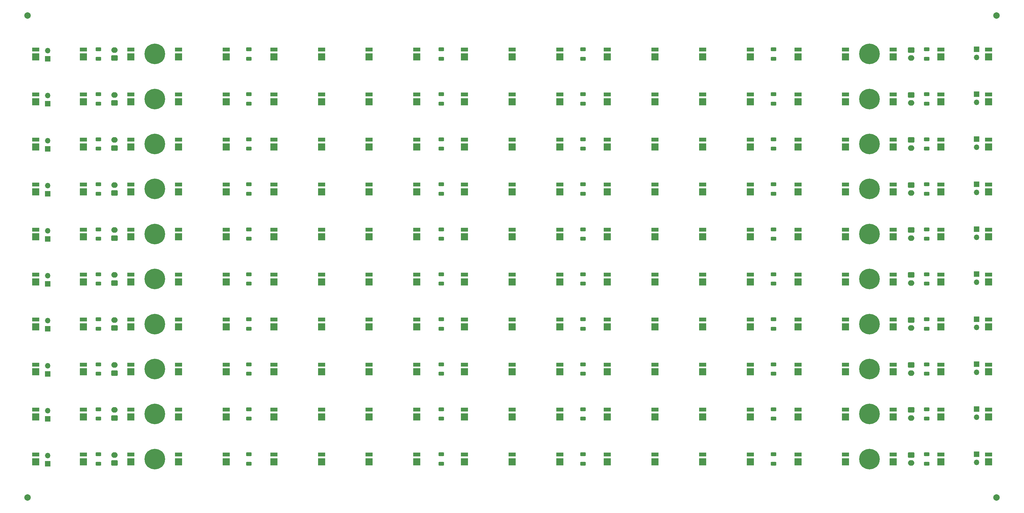
<source format=gbr>
%TF.GenerationSoftware,KiCad,Pcbnew,(6.0.7)*%
%TF.CreationDate,2023-02-06T13:38:00+00:00*%
%TF.ProjectId,Dayspring_P,44617973-7072-4696-9e67-5f502e6b6963,rev?*%
%TF.SameCoordinates,Original*%
%TF.FileFunction,Soldermask,Top*%
%TF.FilePolarity,Negative*%
%FSLAX46Y46*%
G04 Gerber Fmt 4.6, Leading zero omitted, Abs format (unit mm)*
G04 Created by KiCad (PCBNEW (6.0.7)) date 2023-02-06 13:38:00*
%MOMM*%
%LPD*%
G01*
G04 APERTURE LIST*
G04 Aperture macros list*
%AMRoundRect*
0 Rectangle with rounded corners*
0 $1 Rounding radius*
0 $2 $3 $4 $5 $6 $7 $8 $9 X,Y pos of 4 corners*
0 Add a 4 corners polygon primitive as box body*
4,1,4,$2,$3,$4,$5,$6,$7,$8,$9,$2,$3,0*
0 Add four circle primitives for the rounded corners*
1,1,$1+$1,$2,$3*
1,1,$1+$1,$4,$5*
1,1,$1+$1,$6,$7*
1,1,$1+$1,$8,$9*
0 Add four rect primitives between the rounded corners*
20,1,$1+$1,$2,$3,$4,$5,0*
20,1,$1+$1,$4,$5,$6,$7,0*
20,1,$1+$1,$6,$7,$8,$9,0*
20,1,$1+$1,$8,$9,$2,$3,0*%
G04 Aperture macros list end*
%ADD10R,2.200000X2.200000*%
%ADD11R,2.200000X1.250000*%
%ADD12C,0.800000*%
%ADD13C,6.400000*%
%ADD14RoundRect,0.250000X0.625000X-0.312500X0.625000X0.312500X-0.625000X0.312500X-0.625000X-0.312500X0*%
%ADD15C,2.000000*%
%ADD16R,1.700000X1.700000*%
%ADD17O,1.700000X1.700000*%
%ADD18RoundRect,0.250000X0.750000X-0.600000X0.750000X0.600000X-0.750000X0.600000X-0.750000X-0.600000X0*%
%ADD19O,2.000000X1.700000*%
%ADD20RoundRect,0.250000X-0.750000X0.600000X-0.750000X-0.600000X0.750000X-0.600000X0.750000X0.600000X0*%
G04 APERTURE END LIST*
D10*
%TO.C,D12*%
X273600000Y-130400008D03*
D11*
X273600000Y-128125008D03*
%TD*%
D10*
%TO.C,D17*%
X199600000Y-32400001D03*
D11*
X199600000Y-30125001D03*
%TD*%
D10*
%TO.C,D1*%
X22000000Y-46400002D03*
D11*
X22000000Y-44125002D03*
%TD*%
D10*
%TO.C,D7*%
X51600000Y-158400010D03*
D11*
X51600000Y-156125010D03*
%TD*%
D10*
%TO.C,D20*%
X214400000Y-46400002D03*
D11*
X214400000Y-44125002D03*
%TD*%
D10*
%TO.C,D16*%
X96000000Y-88400005D03*
D11*
X96000000Y-86125005D03*
%TD*%
D10*
%TO.C,D18*%
X303200000Y-144400009D03*
D11*
X303200000Y-142125009D03*
%TD*%
D10*
%TO.C,D14*%
X184800000Y-116400007D03*
D11*
X184800000Y-114125007D03*
%TD*%
D10*
%TO.C,D15*%
X288400000Y-130400008D03*
D11*
X288400000Y-128125008D03*
%TD*%
D10*
%TO.C,D11*%
X170000000Y-102400006D03*
D11*
X170000000Y-100125006D03*
%TD*%
D10*
%TO.C,D12*%
X273600000Y-32400001D03*
D11*
X273600000Y-30125001D03*
%TD*%
D10*
%TO.C,D12*%
X273600000Y-116400007D03*
D11*
X273600000Y-114125007D03*
%TD*%
D10*
%TO.C,D6*%
X244000000Y-158400010D03*
D11*
X244000000Y-156125010D03*
%TD*%
D12*
%TO.C,H2*%
X283400000Y-59500003D03*
X282697056Y-57802947D03*
X281000000Y-61900003D03*
X278600000Y-59500003D03*
X279302944Y-61197059D03*
X279302944Y-57802947D03*
X282697056Y-61197059D03*
D13*
X281000000Y-59500003D03*
D12*
X281000000Y-57100003D03*
%TD*%
D10*
%TO.C,D16*%
X96000000Y-60400003D03*
D11*
X96000000Y-58125003D03*
%TD*%
D10*
%TO.C,D4*%
X36800000Y-74400004D03*
D11*
X36800000Y-72125004D03*
%TD*%
D10*
%TO.C,D8*%
X155200000Y-130400008D03*
D11*
X155200000Y-128125008D03*
%TD*%
D10*
%TO.C,D2*%
X125600000Y-74400004D03*
D11*
X125600000Y-72125004D03*
%TD*%
D10*
%TO.C,D9*%
X258800000Y-46400002D03*
D11*
X258800000Y-44125002D03*
%TD*%
D14*
%TO.C,R3*%
X148000000Y-102962506D03*
X148000000Y-100037506D03*
%TD*%
%TO.C,R4*%
X298750000Y-32962501D03*
X298750000Y-30037501D03*
%TD*%
D10*
%TO.C,D8*%
X155200000Y-60400003D03*
D11*
X155200000Y-58125003D03*
%TD*%
D10*
%TO.C,D11*%
X170000000Y-32400001D03*
D11*
X170000000Y-30125001D03*
%TD*%
D10*
%TO.C,D4*%
X36800000Y-88400005D03*
D11*
X36800000Y-86125005D03*
%TD*%
D14*
%TO.C,R2*%
X251250000Y-158962510D03*
X251250000Y-156037510D03*
%TD*%
D10*
%TO.C,D1*%
X22000000Y-144400009D03*
D11*
X22000000Y-142125009D03*
%TD*%
D10*
%TO.C,D3*%
X229200000Y-74400004D03*
D11*
X229200000Y-72125004D03*
%TD*%
D10*
%TO.C,D3*%
X229200000Y-130400008D03*
D11*
X229200000Y-128125008D03*
%TD*%
D10*
%TO.C,D18*%
X303200000Y-46400002D03*
D11*
X303200000Y-44125002D03*
%TD*%
D13*
%TO.C,H1*%
X59000000Y-115500007D03*
D12*
X59000000Y-113100007D03*
X59000000Y-117900007D03*
X60697056Y-117197063D03*
X60697056Y-113802951D03*
X57302944Y-117197063D03*
X61400000Y-115500007D03*
X57302944Y-113802951D03*
X56600000Y-115500007D03*
%TD*%
D10*
%TO.C,D12*%
X273600000Y-46400002D03*
D11*
X273600000Y-44125002D03*
%TD*%
D10*
%TO.C,D1*%
X22000000Y-116400007D03*
D11*
X22000000Y-114125007D03*
%TD*%
D10*
%TO.C,D6*%
X244000000Y-32400001D03*
D11*
X244000000Y-30125001D03*
%TD*%
D10*
%TO.C,D19*%
X110800000Y-60400003D03*
D11*
X110800000Y-58125003D03*
%TD*%
D14*
%TO.C,R3*%
X148000000Y-158962510D03*
X148000000Y-156037510D03*
%TD*%
D10*
%TO.C,D4*%
X36800000Y-116400007D03*
D11*
X36800000Y-114125007D03*
%TD*%
D10*
%TO.C,D10*%
X66400000Y-88400005D03*
D11*
X66400000Y-86125005D03*
%TD*%
D10*
%TO.C,D5*%
X140400000Y-32400001D03*
D11*
X140400000Y-30125001D03*
%TD*%
D10*
%TO.C,D16*%
X96000000Y-158400010D03*
D11*
X96000000Y-156125010D03*
%TD*%
D10*
%TO.C,D3*%
X229200000Y-144400009D03*
D11*
X229200000Y-142125009D03*
%TD*%
D14*
%TO.C,R2*%
X251250000Y-116962507D03*
X251250000Y-114037507D03*
%TD*%
D10*
%TO.C,D1*%
X22000000Y-32400001D03*
D11*
X22000000Y-30125001D03*
%TD*%
D10*
%TO.C,D3*%
X229200000Y-158400010D03*
D11*
X229200000Y-156125010D03*
%TD*%
D10*
%TO.C,D3*%
X229200000Y-32400001D03*
D11*
X229200000Y-30125001D03*
%TD*%
D10*
%TO.C,D19*%
X110800000Y-74400004D03*
D11*
X110800000Y-72125004D03*
%TD*%
D14*
%TO.C,R1*%
X41500000Y-116962507D03*
X41500000Y-114037507D03*
%TD*%
D13*
%TO.C,H2*%
X281000000Y-157500010D03*
D12*
X282697056Y-155802954D03*
X281000000Y-155100010D03*
X281000000Y-159900010D03*
X283400000Y-157500010D03*
X279302944Y-155802954D03*
X282697056Y-159197066D03*
X278600000Y-157500010D03*
X279302944Y-159197066D03*
%TD*%
D10*
%TO.C,D11*%
X170000000Y-60400003D03*
D11*
X170000000Y-58125003D03*
%TD*%
D14*
%TO.C,R2*%
X251250000Y-88962505D03*
X251250000Y-86037505D03*
%TD*%
D10*
%TO.C,D16*%
X96000000Y-46400002D03*
D11*
X96000000Y-44125002D03*
%TD*%
D12*
%TO.C,H2*%
X283400000Y-73500004D03*
X282697056Y-75197060D03*
X282697056Y-71802948D03*
D13*
X281000000Y-73500004D03*
D12*
X278600000Y-73500004D03*
X279302944Y-71802948D03*
X281000000Y-71100004D03*
X279302944Y-75197060D03*
X281000000Y-75900004D03*
%TD*%
D10*
%TO.C,D19*%
X110800000Y-102400006D03*
D11*
X110800000Y-100125006D03*
%TD*%
D14*
%TO.C,R3*%
X148000000Y-46962502D03*
X148000000Y-44037502D03*
%TD*%
D10*
%TO.C,D7*%
X51600000Y-116400007D03*
D11*
X51600000Y-114125007D03*
%TD*%
D10*
%TO.C,D5*%
X140400000Y-74400004D03*
D11*
X140400000Y-72125004D03*
%TD*%
D10*
%TO.C,D4*%
X36800000Y-144400009D03*
D11*
X36800000Y-142125009D03*
%TD*%
D10*
%TO.C,D21*%
X318000000Y-74400004D03*
D11*
X318000000Y-72125004D03*
%TD*%
D14*
%TO.C,R5*%
X88250000Y-144962509D03*
X88250000Y-142037509D03*
%TD*%
%TO.C,R6*%
X192000000Y-158962510D03*
X192000000Y-156037510D03*
%TD*%
%TO.C,R2*%
X251250000Y-144962509D03*
X251250000Y-142037509D03*
%TD*%
%TO.C,R4*%
X298750000Y-102962506D03*
X298750000Y-100037506D03*
%TD*%
%TO.C,R1*%
X41500000Y-130962508D03*
X41500000Y-128037508D03*
%TD*%
%TO.C,R2*%
X251250000Y-102962506D03*
X251250000Y-100037506D03*
%TD*%
D12*
%TO.C,H2*%
X282697056Y-29802945D03*
X281000000Y-29100001D03*
X279302944Y-29802945D03*
X282697056Y-33197057D03*
D13*
X281000000Y-31500001D03*
D12*
X278600000Y-31500001D03*
X279302944Y-33197057D03*
X283400000Y-31500001D03*
X281000000Y-33900001D03*
%TD*%
D14*
%TO.C,R4*%
X298750000Y-74962504D03*
X298750000Y-72037504D03*
%TD*%
D10*
%TO.C,D5*%
X140400000Y-102400006D03*
D11*
X140400000Y-100125006D03*
%TD*%
D10*
%TO.C,D2*%
X125600000Y-46400002D03*
D11*
X125600000Y-44125002D03*
%TD*%
D14*
%TO.C,R3*%
X148000000Y-144962509D03*
X148000000Y-142037509D03*
%TD*%
D10*
%TO.C,D17*%
X199600000Y-60400003D03*
D11*
X199600000Y-58125003D03*
%TD*%
D10*
%TO.C,D2*%
X125600000Y-158400010D03*
D11*
X125600000Y-156125010D03*
%TD*%
D10*
%TO.C,D7*%
X51600000Y-46400002D03*
D11*
X51600000Y-44125002D03*
%TD*%
D10*
%TO.C,D10*%
X66400000Y-130400008D03*
D11*
X66400000Y-128125008D03*
%TD*%
D10*
%TO.C,D20*%
X214400000Y-102400006D03*
D11*
X214400000Y-100125006D03*
%TD*%
D10*
%TO.C,D3*%
X229200000Y-116400007D03*
D11*
X229200000Y-114125007D03*
%TD*%
D10*
%TO.C,D19*%
X110800000Y-88400005D03*
D11*
X110800000Y-86125005D03*
%TD*%
D14*
%TO.C,R6*%
X192000000Y-144962509D03*
X192000000Y-142037509D03*
%TD*%
D10*
%TO.C,D7*%
X51600000Y-60400003D03*
D11*
X51600000Y-58125003D03*
%TD*%
D10*
%TO.C,D18*%
X303200000Y-74400004D03*
D11*
X303200000Y-72125004D03*
%TD*%
D10*
%TO.C,D1*%
X22000000Y-158400010D03*
D11*
X22000000Y-156125010D03*
%TD*%
D10*
%TO.C,D1*%
X22000000Y-60400003D03*
D11*
X22000000Y-58125003D03*
%TD*%
D10*
%TO.C,D21*%
X318000000Y-60400003D03*
D11*
X318000000Y-58125003D03*
%TD*%
D10*
%TO.C,D6*%
X244000000Y-144400009D03*
D11*
X244000000Y-142125009D03*
%TD*%
D14*
%TO.C,R5*%
X88250000Y-130962508D03*
X88250000Y-128037508D03*
%TD*%
%TO.C,R3*%
X148000000Y-32962501D03*
X148000000Y-30037501D03*
%TD*%
D10*
%TO.C,D15*%
X288400000Y-102400006D03*
D11*
X288400000Y-100125006D03*
%TD*%
D12*
%TO.C,H1*%
X57302944Y-159197066D03*
X57302944Y-155802954D03*
X59000000Y-155100010D03*
X60697056Y-155802954D03*
X59000000Y-159900010D03*
X56600000Y-157500010D03*
X61400000Y-157500010D03*
X60697056Y-159197066D03*
D13*
X59000000Y-157500010D03*
%TD*%
D10*
%TO.C,D9*%
X258800000Y-158400010D03*
D11*
X258800000Y-156125010D03*
%TD*%
D10*
%TO.C,D13*%
X81200000Y-32400001D03*
D11*
X81200000Y-30125001D03*
%TD*%
D14*
%TO.C,R1*%
X41500000Y-60962503D03*
X41500000Y-58037503D03*
%TD*%
%TO.C,R2*%
X251250000Y-60962503D03*
X251250000Y-58037503D03*
%TD*%
D10*
%TO.C,D18*%
X303200000Y-102400006D03*
D11*
X303200000Y-100125006D03*
%TD*%
D10*
%TO.C,D6*%
X244000000Y-74400004D03*
D11*
X244000000Y-72125004D03*
%TD*%
D10*
%TO.C,D10*%
X66400000Y-144400009D03*
D11*
X66400000Y-142125009D03*
%TD*%
D10*
%TO.C,D14*%
X184800000Y-32400001D03*
D11*
X184800000Y-30125001D03*
%TD*%
D10*
%TO.C,D20*%
X214400000Y-158400010D03*
D11*
X214400000Y-156125010D03*
%TD*%
D10*
%TO.C,D11*%
X170000000Y-158400010D03*
D11*
X170000000Y-156125010D03*
%TD*%
D14*
%TO.C,R6*%
X192000000Y-102962506D03*
X192000000Y-100037506D03*
%TD*%
D10*
%TO.C,D21*%
X318000000Y-158400010D03*
D11*
X318000000Y-156125010D03*
%TD*%
D10*
%TO.C,D21*%
X318000000Y-130400008D03*
D11*
X318000000Y-128125008D03*
%TD*%
D10*
%TO.C,D4*%
X36800000Y-32400001D03*
D11*
X36800000Y-30125001D03*
%TD*%
D10*
%TO.C,D10*%
X66400000Y-32400001D03*
D11*
X66400000Y-30125001D03*
%TD*%
D10*
%TO.C,D8*%
X155200000Y-144400009D03*
D11*
X155200000Y-142125009D03*
%TD*%
D10*
%TO.C,D10*%
X66400000Y-60400003D03*
D11*
X66400000Y-58125003D03*
%TD*%
D10*
%TO.C,D17*%
X199600000Y-102400006D03*
D11*
X199600000Y-100125006D03*
%TD*%
D10*
%TO.C,D13*%
X81200000Y-60400003D03*
D11*
X81200000Y-58125003D03*
%TD*%
D10*
%TO.C,D10*%
X66400000Y-74400004D03*
D11*
X66400000Y-72125004D03*
%TD*%
D10*
%TO.C,D9*%
X258800000Y-88400005D03*
D11*
X258800000Y-86125005D03*
%TD*%
D10*
%TO.C,D15*%
X288400000Y-88400005D03*
D11*
X288400000Y-86125005D03*
%TD*%
D12*
%TO.C,H2*%
X282697056Y-113802951D03*
D13*
X281000000Y-115500007D03*
D12*
X281000000Y-113100007D03*
X279302944Y-113802951D03*
X279302944Y-117197063D03*
X281000000Y-117900007D03*
X278600000Y-115500007D03*
X282697056Y-117197063D03*
X283400000Y-115500007D03*
%TD*%
D14*
%TO.C,R6*%
X192000000Y-130962508D03*
X192000000Y-128037508D03*
%TD*%
D10*
%TO.C,D19*%
X110800000Y-144400009D03*
D11*
X110800000Y-142125009D03*
%TD*%
D10*
%TO.C,D13*%
X81200000Y-46400002D03*
D11*
X81200000Y-44125002D03*
%TD*%
D10*
%TO.C,D15*%
X288400000Y-116400007D03*
D11*
X288400000Y-114125007D03*
%TD*%
D10*
%TO.C,D20*%
X214400000Y-74400004D03*
D11*
X214400000Y-72125004D03*
%TD*%
D10*
%TO.C,D16*%
X96000000Y-102400006D03*
D11*
X96000000Y-100125006D03*
%TD*%
D10*
%TO.C,D12*%
X273600000Y-74400004D03*
D11*
X273600000Y-72125004D03*
%TD*%
D10*
%TO.C,D17*%
X199600000Y-144400009D03*
D11*
X199600000Y-142125009D03*
%TD*%
D10*
%TO.C,D11*%
X170000000Y-88400005D03*
D11*
X170000000Y-86125005D03*
%TD*%
D10*
%TO.C,D14*%
X184800000Y-102400006D03*
D11*
X184800000Y-100125006D03*
%TD*%
D15*
%TO.C,REF\u002A\u002A*%
X320500000Y-169500000D03*
%TD*%
D10*
%TO.C,D4*%
X36800000Y-46400002D03*
D11*
X36800000Y-44125002D03*
%TD*%
D10*
%TO.C,D14*%
X184800000Y-74400004D03*
D11*
X184800000Y-72125004D03*
%TD*%
D10*
%TO.C,D12*%
X273600000Y-158400010D03*
D11*
X273600000Y-156125010D03*
%TD*%
D14*
%TO.C,R2*%
X251250000Y-74962504D03*
X251250000Y-72037504D03*
%TD*%
%TO.C,R4*%
X298750000Y-158962510D03*
X298750000Y-156037510D03*
%TD*%
D10*
%TO.C,D2*%
X125600000Y-88400005D03*
D11*
X125600000Y-86125005D03*
%TD*%
D10*
%TO.C,D6*%
X244000000Y-46400002D03*
D11*
X244000000Y-44125002D03*
%TD*%
D10*
%TO.C,D1*%
X22000000Y-74400004D03*
D11*
X22000000Y-72125004D03*
%TD*%
D10*
%TO.C,D15*%
X288400000Y-60400003D03*
D11*
X288400000Y-58125003D03*
%TD*%
D10*
%TO.C,D2*%
X125600000Y-60400003D03*
D11*
X125600000Y-58125003D03*
%TD*%
D14*
%TO.C,R2*%
X251250000Y-46962502D03*
X251250000Y-44037502D03*
%TD*%
D10*
%TO.C,D20*%
X214400000Y-60400003D03*
D11*
X214400000Y-58125003D03*
%TD*%
D10*
%TO.C,D5*%
X140400000Y-130400008D03*
D11*
X140400000Y-128125008D03*
%TD*%
D10*
%TO.C,D8*%
X155200000Y-102400006D03*
D11*
X155200000Y-100125006D03*
%TD*%
D14*
%TO.C,R1*%
X41500000Y-158962510D03*
X41500000Y-156037510D03*
%TD*%
D13*
%TO.C,H1*%
X59000000Y-129500008D03*
D12*
X59000000Y-131900008D03*
X57302944Y-131197064D03*
X60697056Y-131197064D03*
X57302944Y-127802952D03*
X56600000Y-129500008D03*
X59000000Y-127100008D03*
X61400000Y-129500008D03*
X60697056Y-127802952D03*
%TD*%
D10*
%TO.C,D13*%
X81200000Y-144400009D03*
D11*
X81200000Y-142125009D03*
%TD*%
D14*
%TO.C,R3*%
X148000000Y-60962503D03*
X148000000Y-58037503D03*
%TD*%
D10*
%TO.C,D13*%
X81200000Y-88400005D03*
D11*
X81200000Y-86125005D03*
%TD*%
D10*
%TO.C,D6*%
X244000000Y-60400003D03*
D11*
X244000000Y-58125003D03*
%TD*%
D10*
%TO.C,D5*%
X140400000Y-158400010D03*
D11*
X140400000Y-156125010D03*
%TD*%
D15*
%TO.C,REF\u002A\u002A*%
X320500000Y-19500000D03*
%TD*%
D10*
%TO.C,D18*%
X303200000Y-88400005D03*
D11*
X303200000Y-86125005D03*
%TD*%
D10*
%TO.C,D1*%
X22000000Y-88400005D03*
D11*
X22000000Y-86125005D03*
%TD*%
D14*
%TO.C,R3*%
X148000000Y-130962508D03*
X148000000Y-128037508D03*
%TD*%
D10*
%TO.C,D11*%
X170000000Y-130400008D03*
D11*
X170000000Y-128125008D03*
%TD*%
D14*
%TO.C,R6*%
X192000000Y-60962503D03*
X192000000Y-58037503D03*
%TD*%
D10*
%TO.C,D7*%
X51600000Y-144400009D03*
D11*
X51600000Y-142125009D03*
%TD*%
D12*
%TO.C,H1*%
X60697056Y-29802945D03*
D13*
X59000000Y-31500001D03*
D12*
X57302944Y-29802945D03*
X61400000Y-31500001D03*
X59000000Y-29100001D03*
X59000000Y-33900001D03*
X56600000Y-31500001D03*
X60697056Y-33197057D03*
X57302944Y-33197057D03*
%TD*%
D14*
%TO.C,R6*%
X192000000Y-74962504D03*
X192000000Y-72037504D03*
%TD*%
D10*
%TO.C,D1*%
X22000000Y-130400008D03*
D11*
X22000000Y-128125008D03*
%TD*%
D10*
%TO.C,D16*%
X96000000Y-144400009D03*
D11*
X96000000Y-142125009D03*
%TD*%
D14*
%TO.C,R4*%
X298750000Y-46962502D03*
X298750000Y-44037502D03*
%TD*%
D10*
%TO.C,D15*%
X288400000Y-46400002D03*
D11*
X288400000Y-44125002D03*
%TD*%
D10*
%TO.C,D9*%
X258800000Y-74400004D03*
D11*
X258800000Y-72125004D03*
%TD*%
D10*
%TO.C,D20*%
X214400000Y-88400005D03*
D11*
X214400000Y-86125005D03*
%TD*%
D10*
%TO.C,D10*%
X66400000Y-158400010D03*
D11*
X66400000Y-156125010D03*
%TD*%
D10*
%TO.C,D21*%
X318000000Y-116400007D03*
D11*
X318000000Y-114125007D03*
%TD*%
D10*
%TO.C,D12*%
X273600000Y-60400003D03*
D11*
X273600000Y-58125003D03*
%TD*%
D10*
%TO.C,D21*%
X318000000Y-88400005D03*
D11*
X318000000Y-86125005D03*
%TD*%
D14*
%TO.C,R5*%
X88250000Y-46962502D03*
X88250000Y-44037502D03*
%TD*%
D10*
%TO.C,D7*%
X51600000Y-102400006D03*
D11*
X51600000Y-100125006D03*
%TD*%
D12*
%TO.C,H2*%
X282697056Y-141802953D03*
X283400000Y-143500009D03*
X279302944Y-145197065D03*
D13*
X281000000Y-143500009D03*
D12*
X278600000Y-143500009D03*
X281000000Y-145900009D03*
X282697056Y-145197065D03*
X281000000Y-141100009D03*
X279302944Y-141802953D03*
%TD*%
D10*
%TO.C,D5*%
X140400000Y-144400009D03*
D11*
X140400000Y-142125009D03*
%TD*%
D10*
%TO.C,D3*%
X229200000Y-102400006D03*
D11*
X229200000Y-100125006D03*
%TD*%
D14*
%TO.C,R5*%
X88250000Y-32962501D03*
X88250000Y-30037501D03*
%TD*%
%TO.C,R4*%
X298750000Y-130962508D03*
X298750000Y-128037508D03*
%TD*%
D10*
%TO.C,D17*%
X199600000Y-88400005D03*
D11*
X199600000Y-86125005D03*
%TD*%
D14*
%TO.C,R6*%
X192000000Y-116962507D03*
X192000000Y-114037507D03*
%TD*%
D10*
%TO.C,D5*%
X140400000Y-116400007D03*
D11*
X140400000Y-114125007D03*
%TD*%
D10*
%TO.C,D17*%
X199600000Y-74400004D03*
D11*
X199600000Y-72125004D03*
%TD*%
D10*
%TO.C,D11*%
X170000000Y-46400002D03*
D11*
X170000000Y-44125002D03*
%TD*%
D10*
%TO.C,D6*%
X244000000Y-130400008D03*
D11*
X244000000Y-128125008D03*
%TD*%
D10*
%TO.C,D16*%
X96000000Y-116400007D03*
D11*
X96000000Y-114125007D03*
%TD*%
D10*
%TO.C,D15*%
X288400000Y-32400001D03*
D11*
X288400000Y-30125001D03*
%TD*%
D10*
%TO.C,D14*%
X184800000Y-88400005D03*
D11*
X184800000Y-86125005D03*
%TD*%
D10*
%TO.C,D19*%
X110800000Y-46400002D03*
D11*
X110800000Y-44125002D03*
%TD*%
D10*
%TO.C,D13*%
X81200000Y-74400004D03*
D11*
X81200000Y-72125004D03*
%TD*%
D10*
%TO.C,D15*%
X288400000Y-144400009D03*
D11*
X288400000Y-142125009D03*
%TD*%
D10*
%TO.C,D16*%
X96000000Y-130400008D03*
D11*
X96000000Y-128125008D03*
%TD*%
D10*
%TO.C,D19*%
X110800000Y-158400010D03*
D11*
X110800000Y-156125010D03*
%TD*%
D14*
%TO.C,R1*%
X41500000Y-144962509D03*
X41500000Y-142037509D03*
%TD*%
D10*
%TO.C,D2*%
X125600000Y-144400009D03*
D11*
X125600000Y-142125009D03*
%TD*%
D10*
%TO.C,D3*%
X229200000Y-88400005D03*
D11*
X229200000Y-86125005D03*
%TD*%
D10*
%TO.C,D17*%
X199600000Y-46400002D03*
D11*
X199600000Y-44125002D03*
%TD*%
D15*
%TO.C,REF\u002A\u002A*%
X19500000Y-169500000D03*
%TD*%
D10*
%TO.C,D4*%
X36800000Y-102400006D03*
D11*
X36800000Y-100125006D03*
%TD*%
D10*
%TO.C,D8*%
X155200000Y-46400002D03*
D11*
X155200000Y-44125002D03*
%TD*%
D10*
%TO.C,D17*%
X199600000Y-158400010D03*
D11*
X199600000Y-156125010D03*
%TD*%
D10*
%TO.C,D10*%
X66400000Y-102400006D03*
D11*
X66400000Y-100125006D03*
%TD*%
D10*
%TO.C,D15*%
X288400000Y-158400010D03*
D11*
X288400000Y-156125010D03*
%TD*%
D10*
%TO.C,D21*%
X318000000Y-46400002D03*
D11*
X318000000Y-44125002D03*
%TD*%
D12*
%TO.C,H1*%
X56600000Y-45500002D03*
X57302944Y-47197058D03*
X60697056Y-47197058D03*
X60697056Y-43802946D03*
X57302944Y-43802946D03*
X59000000Y-43100002D03*
X59000000Y-47900002D03*
D13*
X59000000Y-45500002D03*
D12*
X61400000Y-45500002D03*
%TD*%
D10*
%TO.C,D18*%
X303200000Y-32400001D03*
D11*
X303200000Y-30125001D03*
%TD*%
D10*
%TO.C,D1*%
X22000000Y-102400006D03*
D11*
X22000000Y-100125006D03*
%TD*%
D12*
%TO.C,H1*%
X60697056Y-141802953D03*
X60697056Y-145197065D03*
D13*
X59000000Y-143500009D03*
D12*
X59000000Y-145900009D03*
X57302944Y-145197065D03*
X56600000Y-143500009D03*
X59000000Y-141100009D03*
X61400000Y-143500009D03*
X57302944Y-141802953D03*
%TD*%
D10*
%TO.C,D12*%
X273600000Y-102400006D03*
D11*
X273600000Y-100125006D03*
%TD*%
D10*
%TO.C,D19*%
X110800000Y-32400001D03*
D11*
X110800000Y-30125001D03*
%TD*%
D10*
%TO.C,D14*%
X184800000Y-130400008D03*
D11*
X184800000Y-128125008D03*
%TD*%
D10*
%TO.C,D13*%
X81200000Y-116400007D03*
D11*
X81200000Y-114125007D03*
%TD*%
D14*
%TO.C,R6*%
X192000000Y-88962505D03*
X192000000Y-86037505D03*
%TD*%
D10*
%TO.C,D4*%
X36800000Y-130400008D03*
D11*
X36800000Y-128125008D03*
%TD*%
D10*
%TO.C,D6*%
X244000000Y-116400007D03*
D11*
X244000000Y-114125007D03*
%TD*%
D10*
%TO.C,D14*%
X184800000Y-46400002D03*
D11*
X184800000Y-44125002D03*
%TD*%
D14*
%TO.C,R4*%
X298750000Y-60962503D03*
X298750000Y-58037503D03*
%TD*%
%TO.C,R1*%
X41500000Y-88962505D03*
X41500000Y-86037505D03*
%TD*%
D10*
%TO.C,D14*%
X184800000Y-60400003D03*
D11*
X184800000Y-58125003D03*
%TD*%
D10*
%TO.C,D7*%
X51600000Y-32400001D03*
D11*
X51600000Y-30125001D03*
%TD*%
D13*
%TO.C,H2*%
X281000000Y-87500005D03*
D12*
X279302944Y-89197061D03*
X278600000Y-87500005D03*
X281000000Y-85100005D03*
X282697056Y-89197061D03*
X283400000Y-87500005D03*
X282697056Y-85802949D03*
X279302944Y-85802949D03*
X281000000Y-89900005D03*
%TD*%
D10*
%TO.C,D6*%
X244000000Y-102400006D03*
D11*
X244000000Y-100125006D03*
%TD*%
D14*
%TO.C,R1*%
X41500000Y-102962506D03*
X41500000Y-100037506D03*
%TD*%
D10*
%TO.C,D18*%
X303200000Y-130400008D03*
D11*
X303200000Y-128125008D03*
%TD*%
D10*
%TO.C,D11*%
X170000000Y-144400009D03*
D11*
X170000000Y-142125009D03*
%TD*%
D10*
%TO.C,D9*%
X258800000Y-116400007D03*
D11*
X258800000Y-114125007D03*
%TD*%
D14*
%TO.C,R5*%
X88250000Y-158962510D03*
X88250000Y-156037510D03*
%TD*%
D10*
%TO.C,D16*%
X96000000Y-32400001D03*
D11*
X96000000Y-30125001D03*
%TD*%
D14*
%TO.C,R5*%
X88250000Y-116962507D03*
X88250000Y-114037507D03*
%TD*%
D10*
%TO.C,D9*%
X258800000Y-32400001D03*
D11*
X258800000Y-30125001D03*
%TD*%
D10*
%TO.C,D21*%
X318000000Y-144400009D03*
D11*
X318000000Y-142125009D03*
%TD*%
D10*
%TO.C,D13*%
X81200000Y-130400008D03*
D11*
X81200000Y-128125008D03*
%TD*%
D10*
%TO.C,D18*%
X303200000Y-116400007D03*
D11*
X303200000Y-114125007D03*
%TD*%
D10*
%TO.C,D10*%
X66400000Y-46400002D03*
D11*
X66400000Y-44125002D03*
%TD*%
D10*
%TO.C,D20*%
X214400000Y-144400009D03*
D11*
X214400000Y-142125009D03*
%TD*%
D13*
%TO.C,H1*%
X59000000Y-59500003D03*
D12*
X57302944Y-61197059D03*
X56600000Y-59500003D03*
X60697056Y-61197059D03*
X59000000Y-57100003D03*
X61400000Y-59500003D03*
X59000000Y-61900003D03*
X57302944Y-57802947D03*
X60697056Y-57802947D03*
%TD*%
D10*
%TO.C,D19*%
X110800000Y-130400008D03*
D11*
X110800000Y-128125008D03*
%TD*%
D14*
%TO.C,R5*%
X88250000Y-102962506D03*
X88250000Y-100037506D03*
%TD*%
D10*
%TO.C,D3*%
X229200000Y-60400003D03*
D11*
X229200000Y-58125003D03*
%TD*%
D10*
%TO.C,D14*%
X184800000Y-158400010D03*
D11*
X184800000Y-156125010D03*
%TD*%
D14*
%TO.C,R6*%
X192000000Y-46962502D03*
X192000000Y-44037502D03*
%TD*%
%TO.C,R3*%
X148000000Y-74962504D03*
X148000000Y-72037504D03*
%TD*%
D12*
%TO.C,H1*%
X60697056Y-71802948D03*
X57302944Y-71802948D03*
X57302944Y-75197060D03*
X59000000Y-71100004D03*
X61400000Y-73500004D03*
X56600000Y-73500004D03*
X60697056Y-75197060D03*
X59000000Y-75900004D03*
D13*
X59000000Y-73500004D03*
%TD*%
D10*
%TO.C,D12*%
X273600000Y-144400009D03*
D11*
X273600000Y-142125009D03*
%TD*%
D10*
%TO.C,D18*%
X303200000Y-60400003D03*
D11*
X303200000Y-58125003D03*
%TD*%
D14*
%TO.C,R3*%
X148000000Y-116962507D03*
X148000000Y-114037507D03*
%TD*%
D10*
%TO.C,D6*%
X244000000Y-88400005D03*
D11*
X244000000Y-86125005D03*
%TD*%
D10*
%TO.C,D20*%
X214400000Y-32400001D03*
D11*
X214400000Y-30125001D03*
%TD*%
D14*
%TO.C,R4*%
X298750000Y-116962507D03*
X298750000Y-114037507D03*
%TD*%
D15*
%TO.C,REF\u002A\u002A*%
X19500000Y-19500000D03*
%TD*%
D10*
%TO.C,D13*%
X81200000Y-102400006D03*
D11*
X81200000Y-100125006D03*
%TD*%
D14*
%TO.C,R2*%
X251250000Y-32962501D03*
X251250000Y-30037501D03*
%TD*%
D10*
%TO.C,D15*%
X288400000Y-74400004D03*
D11*
X288400000Y-72125004D03*
%TD*%
D14*
%TO.C,R4*%
X298750000Y-144962509D03*
X298750000Y-142037509D03*
%TD*%
D10*
%TO.C,D21*%
X318000000Y-32400001D03*
D11*
X318000000Y-30125001D03*
%TD*%
D10*
%TO.C,D2*%
X125600000Y-102400006D03*
D11*
X125600000Y-100125006D03*
%TD*%
D10*
%TO.C,D19*%
X110800000Y-116400007D03*
D11*
X110800000Y-114125007D03*
%TD*%
D14*
%TO.C,R5*%
X88250000Y-60962503D03*
X88250000Y-58037503D03*
%TD*%
%TO.C,R5*%
X88250000Y-74962504D03*
X88250000Y-72037504D03*
%TD*%
%TO.C,R3*%
X148000000Y-88962505D03*
X148000000Y-86037505D03*
%TD*%
D10*
%TO.C,D17*%
X199600000Y-130400008D03*
D11*
X199600000Y-128125008D03*
%TD*%
D10*
%TO.C,D7*%
X51600000Y-130400008D03*
D11*
X51600000Y-128125008D03*
%TD*%
D10*
%TO.C,D20*%
X214400000Y-116400007D03*
D11*
X214400000Y-114125007D03*
%TD*%
D10*
%TO.C,D8*%
X155200000Y-116400007D03*
D11*
X155200000Y-114125007D03*
%TD*%
D12*
%TO.C,H2*%
X279302944Y-127802952D03*
X282697056Y-131197064D03*
X283400000Y-129500008D03*
X281000000Y-127100008D03*
X278600000Y-129500008D03*
X281000000Y-131900008D03*
D13*
X281000000Y-129500008D03*
D12*
X279302944Y-131197064D03*
X282697056Y-127802952D03*
%TD*%
D10*
%TO.C,D20*%
X214400000Y-130400008D03*
D11*
X214400000Y-128125008D03*
%TD*%
D10*
%TO.C,D14*%
X184800000Y-144400009D03*
D11*
X184800000Y-142125009D03*
%TD*%
D10*
%TO.C,D9*%
X258800000Y-130400008D03*
D11*
X258800000Y-128125008D03*
%TD*%
D10*
%TO.C,D4*%
X36800000Y-158400010D03*
D11*
X36800000Y-156125010D03*
%TD*%
D12*
%TO.C,H1*%
X56600000Y-87500005D03*
X57302944Y-85802949D03*
X57302944Y-89197061D03*
X60697056Y-85802949D03*
X59000000Y-85100005D03*
D13*
X59000000Y-87500005D03*
D12*
X60697056Y-89197061D03*
X61400000Y-87500005D03*
X59000000Y-89900005D03*
%TD*%
D14*
%TO.C,R4*%
X298750000Y-88962505D03*
X298750000Y-86037505D03*
%TD*%
D10*
%TO.C,D18*%
X303200000Y-158400010D03*
D11*
X303200000Y-156125010D03*
%TD*%
D10*
%TO.C,D10*%
X66400000Y-116400007D03*
D11*
X66400000Y-114125007D03*
%TD*%
D10*
%TO.C,D8*%
X155200000Y-158400010D03*
D11*
X155200000Y-156125010D03*
%TD*%
D14*
%TO.C,R2*%
X251250000Y-130962508D03*
X251250000Y-128037508D03*
%TD*%
D12*
%TO.C,H1*%
X59000000Y-99100006D03*
X60697056Y-99802950D03*
X59000000Y-103900006D03*
X60697056Y-103197062D03*
X57302944Y-103197062D03*
X61400000Y-101500006D03*
D13*
X59000000Y-101500006D03*
D12*
X56600000Y-101500006D03*
X57302944Y-99802950D03*
%TD*%
%TO.C,H2*%
X282697056Y-99802950D03*
D13*
X281000000Y-101500006D03*
D12*
X283400000Y-101500006D03*
X279302944Y-99802950D03*
X281000000Y-103900006D03*
X278600000Y-101500006D03*
X282697056Y-103197062D03*
X279302944Y-103197062D03*
X281000000Y-99100006D03*
%TD*%
D10*
%TO.C,D11*%
X170000000Y-116400007D03*
D11*
X170000000Y-114125007D03*
%TD*%
D10*
%TO.C,D9*%
X258800000Y-60400003D03*
D11*
X258800000Y-58125003D03*
%TD*%
D10*
%TO.C,D5*%
X140400000Y-60400003D03*
D11*
X140400000Y-58125003D03*
%TD*%
D10*
%TO.C,D9*%
X258800000Y-144400009D03*
D11*
X258800000Y-142125009D03*
%TD*%
D10*
%TO.C,D5*%
X140400000Y-46400002D03*
D11*
X140400000Y-44125002D03*
%TD*%
D10*
%TO.C,D3*%
X229200000Y-46400002D03*
D11*
X229200000Y-44125002D03*
%TD*%
D10*
%TO.C,D12*%
X273600000Y-88400005D03*
D11*
X273600000Y-86125005D03*
%TD*%
D14*
%TO.C,R6*%
X192000000Y-32962501D03*
X192000000Y-30037501D03*
%TD*%
D10*
%TO.C,D7*%
X51600000Y-88400005D03*
D11*
X51600000Y-86125005D03*
%TD*%
D10*
%TO.C,D17*%
X199600000Y-116400007D03*
D11*
X199600000Y-114125007D03*
%TD*%
D10*
%TO.C,D13*%
X81200000Y-158400010D03*
D11*
X81200000Y-156125010D03*
%TD*%
D10*
%TO.C,D5*%
X140400000Y-88400005D03*
D11*
X140400000Y-86125005D03*
%TD*%
D10*
%TO.C,D2*%
X125600000Y-32400001D03*
D11*
X125600000Y-30125001D03*
%TD*%
D14*
%TO.C,R1*%
X41500000Y-46962502D03*
X41500000Y-44037502D03*
%TD*%
D10*
%TO.C,D2*%
X125600000Y-130400008D03*
D11*
X125600000Y-128125008D03*
%TD*%
D10*
%TO.C,D9*%
X258800000Y-102400006D03*
D11*
X258800000Y-100125006D03*
%TD*%
D14*
%TO.C,R5*%
X88250000Y-88962505D03*
X88250000Y-86037505D03*
%TD*%
D10*
%TO.C,D4*%
X36800000Y-60400003D03*
D11*
X36800000Y-58125003D03*
%TD*%
D14*
%TO.C,R1*%
X41500000Y-32962501D03*
X41500000Y-30037501D03*
%TD*%
D10*
%TO.C,D21*%
X318000000Y-102400006D03*
D11*
X318000000Y-100125006D03*
%TD*%
D10*
%TO.C,D8*%
X155200000Y-88400005D03*
D11*
X155200000Y-86125005D03*
%TD*%
D12*
%TO.C,H2*%
X278600000Y-45500002D03*
X282697056Y-47197058D03*
X281000000Y-43100002D03*
X283400000Y-45500002D03*
X281000000Y-47900002D03*
X279302944Y-47197058D03*
D13*
X281000000Y-45500002D03*
D12*
X282697056Y-43802946D03*
X279302944Y-43802946D03*
%TD*%
D10*
%TO.C,D11*%
X170000000Y-74400004D03*
D11*
X170000000Y-72125004D03*
%TD*%
D14*
%TO.C,R1*%
X41500000Y-74962504D03*
X41500000Y-72037504D03*
%TD*%
D10*
%TO.C,D2*%
X125600000Y-116400007D03*
D11*
X125600000Y-114125007D03*
%TD*%
D10*
%TO.C,D8*%
X155200000Y-74400004D03*
D11*
X155200000Y-72125004D03*
%TD*%
D10*
%TO.C,D16*%
X96000000Y-74400004D03*
D11*
X96000000Y-72125004D03*
%TD*%
D10*
%TO.C,D8*%
X155200000Y-32400001D03*
D11*
X155200000Y-30125001D03*
%TD*%
D10*
%TO.C,D7*%
X51600000Y-74400004D03*
D11*
X51600000Y-72125004D03*
%TD*%
D16*
%TO.C,J4*%
X314250000Y-100000006D03*
D17*
X314250000Y-102540006D03*
%TD*%
D18*
%TO.C,J1*%
X46500000Y-88750005D03*
D19*
X46500000Y-86250005D03*
%TD*%
D20*
%TO.C,J3*%
X294000000Y-142250009D03*
D19*
X294000000Y-144750009D03*
%TD*%
D20*
%TO.C,J3*%
X294000000Y-128250008D03*
D19*
X294000000Y-130750008D03*
%TD*%
D20*
%TO.C,J3*%
X294000000Y-114250007D03*
D19*
X294000000Y-116750007D03*
%TD*%
D16*
%TO.C,J4*%
X314250000Y-86000005D03*
D17*
X314250000Y-88540005D03*
%TD*%
D20*
%TO.C,J3*%
X294000000Y-86250005D03*
D19*
X294000000Y-88750005D03*
%TD*%
D16*
%TO.C,J2*%
X25750000Y-47000002D03*
D17*
X25750000Y-44460002D03*
%TD*%
D16*
%TO.C,J2*%
X25750000Y-131000008D03*
D17*
X25750000Y-128460008D03*
%TD*%
D18*
%TO.C,J1*%
X46500000Y-130750008D03*
D19*
X46500000Y-128250008D03*
%TD*%
D16*
%TO.C,J4*%
X314250000Y-58000003D03*
D17*
X314250000Y-60540003D03*
%TD*%
D16*
%TO.C,J4*%
X314250000Y-44000002D03*
D17*
X314250000Y-46540002D03*
%TD*%
D16*
%TO.C,J2*%
X25750000Y-75000004D03*
D17*
X25750000Y-72460004D03*
%TD*%
D16*
%TO.C,J2*%
X25750000Y-89000005D03*
D17*
X25750000Y-86460005D03*
%TD*%
D16*
%TO.C,J2*%
X25750000Y-33000001D03*
D17*
X25750000Y-30460001D03*
%TD*%
D20*
%TO.C,J3*%
X294000000Y-100250006D03*
D19*
X294000000Y-102750006D03*
%TD*%
D16*
%TO.C,J2*%
X25750000Y-117000007D03*
D17*
X25750000Y-114460007D03*
%TD*%
D18*
%TO.C,J1*%
X46500000Y-46750002D03*
D19*
X46500000Y-44250002D03*
%TD*%
D18*
%TO.C,J1*%
X46500000Y-102750006D03*
D19*
X46500000Y-100250006D03*
%TD*%
D18*
%TO.C,J1*%
X46500000Y-32750001D03*
D19*
X46500000Y-30250001D03*
%TD*%
D16*
%TO.C,J4*%
X314250000Y-30000001D03*
D17*
X314250000Y-32540001D03*
%TD*%
D20*
%TO.C,J3*%
X294000000Y-30250001D03*
D19*
X294000000Y-32750001D03*
%TD*%
D16*
%TO.C,J4*%
X314250000Y-142000009D03*
D17*
X314250000Y-144540009D03*
%TD*%
D20*
%TO.C,J3*%
X294000000Y-156250010D03*
D19*
X294000000Y-158750010D03*
%TD*%
D18*
%TO.C,J1*%
X46500000Y-74750004D03*
D19*
X46500000Y-72250004D03*
%TD*%
D16*
%TO.C,J2*%
X25750000Y-61000003D03*
D17*
X25750000Y-58460003D03*
%TD*%
D18*
%TO.C,J1*%
X46500000Y-144750009D03*
D19*
X46500000Y-142250009D03*
%TD*%
D16*
%TO.C,J4*%
X314250000Y-156000010D03*
D17*
X314250000Y-158540010D03*
%TD*%
D16*
%TO.C,J4*%
X314250000Y-128000008D03*
D17*
X314250000Y-130540008D03*
%TD*%
D16*
%TO.C,J2*%
X25750000Y-159000010D03*
D17*
X25750000Y-156460010D03*
%TD*%
D20*
%TO.C,J3*%
X294000000Y-44250002D03*
D19*
X294000000Y-46750002D03*
%TD*%
D20*
%TO.C,J3*%
X294000000Y-58250003D03*
D19*
X294000000Y-60750003D03*
%TD*%
D18*
%TO.C,J1*%
X46500000Y-60750003D03*
D19*
X46500000Y-58250003D03*
%TD*%
D16*
%TO.C,J4*%
X314250000Y-114000007D03*
D17*
X314250000Y-116540007D03*
%TD*%
D16*
%TO.C,J2*%
X25750000Y-145000009D03*
D17*
X25750000Y-142460009D03*
%TD*%
D16*
%TO.C,J4*%
X314250000Y-72000004D03*
D17*
X314250000Y-74540004D03*
%TD*%
D16*
%TO.C,J2*%
X25750000Y-103000006D03*
D17*
X25750000Y-100460006D03*
%TD*%
D18*
%TO.C,J1*%
X46500000Y-116750007D03*
D19*
X46500000Y-114250007D03*
%TD*%
D18*
%TO.C,J1*%
X46500000Y-158750010D03*
D19*
X46500000Y-156250010D03*
%TD*%
D20*
%TO.C,J3*%
X294000000Y-72250004D03*
D19*
X294000000Y-74750004D03*
%TD*%
M02*

</source>
